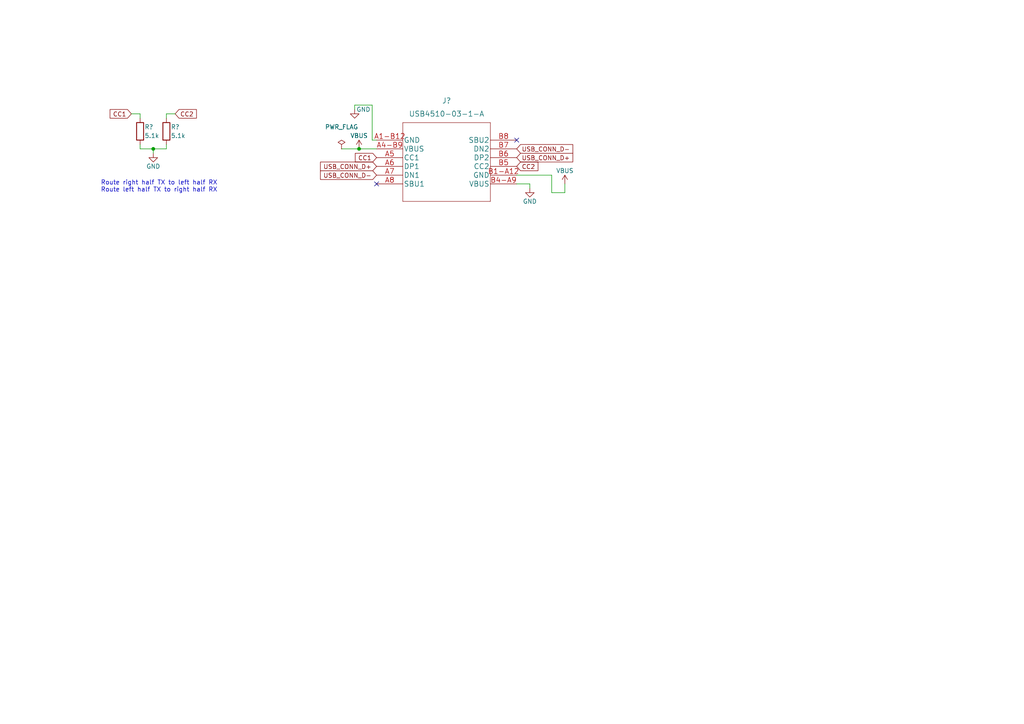
<source format=kicad_sch>
(kicad_sch (version 20211123) (generator eeschema)
  (paper "A4")
  (lib_symbols
    (symbol "Device:R" (pin_numbers hide) (pin_names (offset 0))
      (property "Reference" "R" (at 2.032 0 90))
      (property "Value" "R" (at 0 0 90))
      (symbol "R_0_1"
        (rectangle (start -1.016 -2.54) (end 1.016 2.54) (stroke (width 0.254)))
      )
      (symbol "R_1_1"
        (pin passive line (at 0 3.81 270) (length 1.27) (name "~") (number "1"))
        (pin passive line (at 0 -3.81 90) (length 1.27) (name "~") (number "2"))
      )
    )
    (symbol "USB4510-03-1-A:USB4510-03-1-A" (pin_names (offset 0.254))
      (property "Reference" "J" (at 20.32 10.16 0))
      (property "Value" "USB4510-03-1-A" (at 20.32 7.62 0))
      (symbol "USB4510-03-1-A_1_1"
        (polyline (pts (xy 7.62 -17.78) (xy 33.02 -17.78)) (stroke (width 0.127)))
        (polyline (pts (xy 7.62 5.08) (xy 7.62 -17.78)) (stroke (width 0.127)))
        (polyline (pts (xy 33.02 -17.78) (xy 33.02 5.08)) (stroke (width 0.127)))
        (polyline (pts (xy 33.02 5.08) (xy 7.62 5.08)) (stroke (width 0.127)))
        (pin power_in line (at 0 0 0) (length 7.62) (name "GND") (number "A1-B12"))
        (pin power_in line (at 0 -2.54 0) (length 7.62) (name "VBUS") (number "A4-B9"))
        (pin bidirectional line (at 0 -5.08 0) (length 7.62) (name "CC1") (number "A5"))
        (pin bidirectional line (at 0 -7.62 0) (length 7.62) (name "DP1") (number "A6"))
        (pin bidirectional line (at 0 -10.16 0) (length 7.62) (name "DN1") (number "A7"))
        (pin bidirectional line (at 0 -12.7 0) (length 7.62) (name "SBU1") (number "A8"))
        (pin power_in line (at 40.64 -10.16 180) (length 7.62) (name "GND") (number "B1-A12"))
        (pin power_in line (at 40.64 -12.7 180) (length 7.62) (name "VBUS") (number "B4-A9"))
        (pin bidirectional line (at 40.64 -7.62 180) (length 7.62) (name "CC2") (number "B5"))
        (pin bidirectional line (at 40.64 -5.08 180) (length 7.62) (name "DP2") (number "B6"))
        (pin bidirectional line (at 40.64 -2.54 180) (length 7.62) (name "DN2") (number "B7"))
        (pin bidirectional line (at 40.64 0 180) (length 7.62) (name "SBU2") (number "B8"))
      )
    )
    (symbol "power:GND" (power) (pin_names (offset 0))
      (property "Value" "GND" (at 0 -3.81 0))
      (symbol "GND_0_1"
        (polyline (pts (xy 0 0) (xy 0 -1.27) (xy 1.27 -1.27) (xy 0 -2.54) (xy -1.27 -1.27) (xy 0 -1.27)))
      )
      (symbol "GND_1_1"
        (pin power_in line (at 0 0 270) (length 0) hide (name "GND") (number "1"))
      )
    )
    (symbol "power:PWR_FLAG" (power) (pin_numbers hide) (pin_names (offset 0) hide)
      (property "Value" "PWR_FLAG" (at 0 3.81 0))
      (symbol "PWR_FLAG_0_0"
        (pin power_out line (at 0 0 90) (length 0) (name "pwr") (number "1"))
      )
      (symbol "PWR_FLAG_0_1"
        (polyline (pts (xy 0 0) (xy 0 1.27) (xy -1.016 1.905) (xy 0 2.54) (xy 1.016 1.905) (xy 0 1.27)))
      )
    )
    (symbol "power:VBUS" (power) (pin_names (offset 0))
      (property "Value" "VBUS" (at 0 3.81 0))
      (symbol "VBUS_0_1"
        (polyline (pts (xy -0.762 1.27) (xy 0 2.54)))
        (polyline (pts (xy 0 0) (xy 0 2.54)))
        (polyline (pts (xy 0 2.54) (xy 0.762 1.27)))
      )
      (symbol "VBUS_1_1"
        (pin power_in line (at 0 0 90) (length 0) hide (name "VBUS") (number "1"))
      )
    )
  )
  (junction (at 104.14 43.18))
  (junction (at 44.45 43.18))
  (no_connect (at 109.22 53.34))
  (no_connect (at 149.86 40.64))
  (wire (pts (xy 160.02 55.88) (xy 163.83 55.88)))
  (wire (pts (xy 109.22 40.64) (xy 107.95 40.64)))
  (wire (pts (xy 160.02 50.8) (xy 160.02 55.88)))
  (wire (pts (xy 107.95 30.48) (xy 102.87 30.48)))
  (wire (pts (xy 149.86 53.34) (xy 153.67 53.34)))
  (wire (pts (xy 99.06 43.18) (xy 104.14 43.18)))
  (wire (pts (xy 149.86 50.8) (xy 160.02 50.8)))
  (wire (pts (xy 40.64 43.18) (xy 44.45 43.18)))
  (wire (pts (xy 44.45 43.18) (xy 48.26 43.18)))
  (wire (pts (xy 102.87 30.48) (xy 102.87 31.75)))
  (wire (pts (xy 153.67 53.34) (xy 153.67 54.61)))
  (wire (pts (xy 38.1 33.02) (xy 40.64 33.02)))
  (wire (pts (xy 44.45 43.18) (xy 44.45 44.45)))
  (wire (pts (xy 40.64 41.91) (xy 40.64 43.18)))
  (wire (pts (xy 48.26 41.91) (xy 48.26 43.18)))
  (wire (pts (xy 163.83 55.88) (xy 163.83 53.34)))
  (wire (pts (xy 48.26 33.02) (xy 48.26 34.29)))
  (wire (pts (xy 107.95 40.64) (xy 107.95 30.48)))
  (wire (pts (xy 104.14 43.18) (xy 109.22 43.18)))
  (wire (pts (xy 40.64 33.02) (xy 40.64 34.29)))
  (wire (pts (xy 50.8 33.02) (xy 48.26 33.02)))
  (text "Route right half TX to left half RX\nRoute left half TX to right half RX" (at 29.21 55.88 0) (effects (font (size 1.27 1.27)) (justify left bottom)))
  (global_label "USB_CONN_D+" (shape input) (at 109.22 48.26 180) (property "Intersheet References" "${INTERSHEET_REFS}" (effects hide)))
  (global_label "CC1" (shape input) (at 109.22 45.72 180) (property "Intersheet References" "${INTERSHEET_REFS}" (effects hide)))
  (global_label "CC1" (shape input) (at 38.1 33.02 180) (property "Intersheet References" "${INTERSHEET_REFS}" (effects hide)))
  (global_label "USB_CONN_D+" (shape input) (at 149.86 45.72 0) (property "Intersheet References" "${INTERSHEET_REFS}" (effects hide)))
  (global_label "USB_CONN_D-" (shape input) (at 149.86 43.18 0) (property "Intersheet References" "${INTERSHEET_REFS}" (effects hide)))
  (global_label "CC2" (shape input) (at 149.86 48.26 0) (property "Intersheet References" "${INTERSHEET_REFS}" (effects hide)))
  (global_label "CC2" (shape input) (at 50.8 33.02 0) (property "Intersheet References" "${INTERSHEET_REFS}" (effects hide)))
  (global_label "USB_CONN_D-" (shape input) (at 109.22 50.8 180) (property "Intersheet References" "${INTERSHEET_REFS}" (effects hide)))
  (symbol (lib_id "power:VBUS") (at 104.14 43.18 0) (unit 1)
    (property "Reference" "#PWR?" (effects hide))
    (property "Value" "VBUS" (at 104.14 39.37 0))
  )
  (symbol (lib_id "Device:R") (at 48.26 38.1 180) (unit 1)
    (property "Reference" "R?" (at 49.53 36.83 0) (effects (justify right)))
    (property "Value" "5.1k" (at 49.53 39.37 0) (effects (justify right)))
    (property "Footprint" "Resistor_SMD:R_0603_1608Metric" (effects hide))
  )
  (symbol (lib_id "USB4510-03-1-A:USB4510-03-1-A") (at 109.22 40.64 0) (unit 1)
    (property "Reference" "J?" (at 129.54 29.21 0) (effects (font (size 1.524 1.524))))
    (property "Value" "USB4510-03-1-A" (at 129.54 33.02 0) (effects (font (size 1.524 1.524))))
    (property "Footprint" "USB4510-03-1-A_GCT" (effects hide))
  )
  (symbol (lib_id "power:GND") (at 102.87 31.75 0) (unit 1)
    (property "Reference" "#PWR?" (effects hide))
    (property "Value" "GND" (at 105.41 31.75 0))
  )
  (symbol (lib_id "power:VBUS") (at 163.83 53.34 0) (unit 1)
    (property "Reference" "#PWR?" (effects hide))
    (property "Value" "VBUS" (at 163.83 49.53 0))
  )
  (symbol (lib_id "power:GND") (at 153.67 54.61 0) (unit 1)
    (property "Reference" "#PWR?" (effects hide))
    (property "Value" "GND" (at 153.67 58.42 0))
  )
  (symbol (lib_id "Device:R") (at 40.64 38.1 180) (unit 1)
    (property "Reference" "R?" (at 41.91 36.83 0) (effects (justify right)))
    (property "Value" "5.1k" (at 41.91 39.37 0) (effects (justify right)))
    (property "Footprint" "Resistor_SMD:R_0603_1608Metric" (effects hide))
  )
  (symbol (lib_id "power:GND") (at 44.45 44.45 0) (unit 1)
    (property "Reference" "#PWR?" (effects hide))
    (property "Value" "GND" (at 44.45 48.26 0))
  )
  (symbol (lib_id "power:PWR_FLAG") (at 99.06 43.18 0) (unit 1)
    (property "Reference" "#FLG?" (effects hide))
    (property "Value" "PWR_FLAG" (at 99.06 36.83 0))
  )
)
</source>
